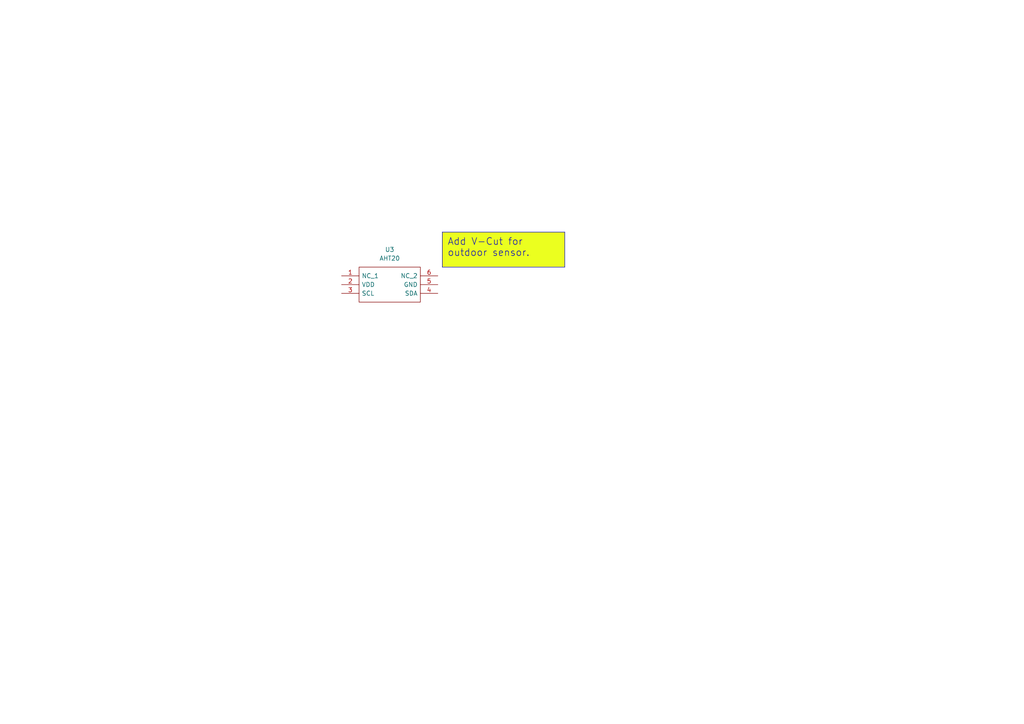
<source format=kicad_sch>
(kicad_sch (version 20230121) (generator eeschema)
  (paper "A4")
  (lib_symbols
    (symbol "AHT20:AHT20" (pin_names (offset 0.762))
      (property "Reference" "U" (at 24.13 7.62 0))
      (property "Value" "AHT20" (at 24.13 5.08 0))
      (symbol "AHT20_0_0"
        (pin passive line (at 0 0 0) (length 5.08) (name "NC_1") (number "1"))
        (pin passive line (at 0 -2.54 0) (length 5.08) (name "VDD") (number "2"))
        (pin passive line (at 0 -5.08 0) (length 5.08) (name "SCL") (number "3"))
        (pin passive line (at 27.94 -5.08 180) (length 5.08) (name "SDA") (number "4"))
        (pin passive line (at 27.94 -2.54 180) (length 5.08) (name "GND") (number "5"))
        (pin passive line (at 27.94 0 180) (length 5.08) (name "NC_2") (number "6"))
      )
      (symbol "AHT20_0_1"
        (polyline (pts (xy 5.08 2.54) (xy 22.86 2.54) (xy 22.86 -7.62) (xy 5.08 -7.62) (xy 5.08 2.54)) (stroke (width 0.1524)))
      )
    )
  )
  (text_box "Add V-Cut for outdoor sensor.\n" (at 128.27 67.31 0) (size 35.56 10.16) (fill (type color) (color 235 255 31 1)) (effects (font (size 2 2)) (justify left top)))
  (symbol (lib_id "AHT20:AHT20") (at 99.06 80.01 0) (unit 1)
    (property "Reference" "U3" (at 113.03 72.39 0))
    (property "Value" "AHT20" (at 113.03 74.93 0))
    (property "Footprint" "AHT20:AHT20" (effects hide))
    (property "Datasheet" "http://www.aosong.com/userfiles/files/media/Data%20Sheet%20AHT20.pdf" (effects hide))
    (property "Description" "Integrated temperature and humidity Sensor DC : 2.2 - 5.5V, 0 ~{} 100% RH, -40 ~{} + 85 ." (effects hide))
    (property "Height" "1.1" (effects hide))
    (property "Manufacturer_Name" "Aosong" (effects hide))
    (property "Manufacturer_Part_Number" "AHT20" (effects hide))
  )
)
</source>
